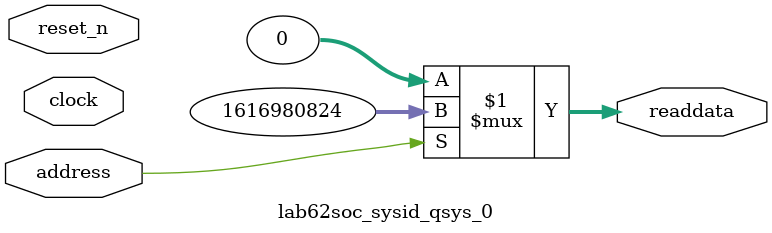
<source format=v>



// synthesis translate_off
`timescale 1ns / 1ps
// synthesis translate_on

// turn off superfluous verilog processor warnings 
// altera message_level Level1 
// altera message_off 10034 10035 10036 10037 10230 10240 10030 

module lab62soc_sysid_qsys_0 (
               // inputs:
                address,
                clock,
                reset_n,

               // outputs:
                readdata
             )
;

  output  [ 31: 0] readdata;
  input            address;
  input            clock;
  input            reset_n;

  wire    [ 31: 0] readdata;
  //control_slave, which is an e_avalon_slave
  assign readdata = address ? 1616980824 : 0;

endmodule



</source>
